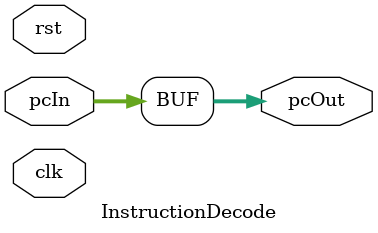
<source format=v>
module InstructionDecode(
    input clk, rst,
    input [31:0] pcIn,
    output [31:0] pcOut
);
    assign pcOut = pcIn;
endmodule

</source>
